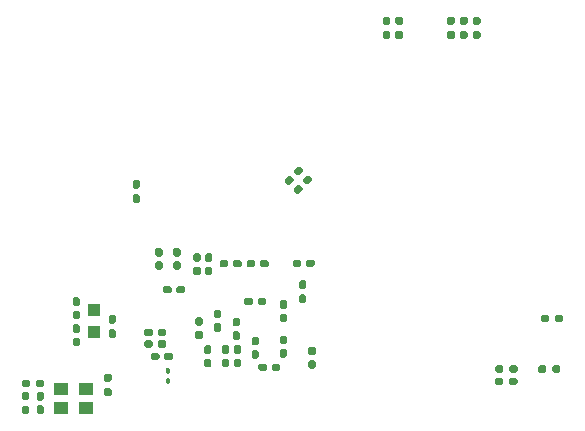
<source format=gbr>
%TF.GenerationSoftware,KiCad,Pcbnew,(5.1.8-0-10_14)*%
%TF.CreationDate,2021-04-06T01:22:42+01:00*%
%TF.ProjectId,STM32MP1_TestBoard_RevB,53544d33-324d-4503-915f-54657374426f,rev?*%
%TF.SameCoordinates,Original*%
%TF.FileFunction,Paste,Bot*%
%TF.FilePolarity,Positive*%
%FSLAX46Y46*%
G04 Gerber Fmt 4.6, Leading zero omitted, Abs format (unit mm)*
G04 Created by KiCad (PCBNEW (5.1.8-0-10_14)) date 2021-04-06 01:22:42*
%MOMM*%
%LPD*%
G01*
G04 APERTURE LIST*
%ADD10R,1.100000X1.050000*%
%ADD11R,1.300000X1.100000*%
G04 APERTURE END LIST*
%TO.C,R25*%
G36*
G01*
X151438000Y-106144000D02*
X151438000Y-106454000D01*
G75*
G02*
X151283000Y-106609000I-155000J0D01*
G01*
X150858000Y-106609000D01*
G75*
G02*
X150703000Y-106454000I0J155000D01*
G01*
X150703000Y-106144000D01*
G75*
G02*
X150858000Y-105989000I155000J0D01*
G01*
X151283000Y-105989000D01*
G75*
G02*
X151438000Y-106144000I0J-155000D01*
G01*
G37*
G36*
G01*
X152573000Y-106144000D02*
X152573000Y-106454000D01*
G75*
G02*
X152418000Y-106609000I-155000J0D01*
G01*
X151993000Y-106609000D01*
G75*
G02*
X151838000Y-106454000I0J155000D01*
G01*
X151838000Y-106144000D01*
G75*
G02*
X151993000Y-105989000I155000J0D01*
G01*
X152418000Y-105989000D01*
G75*
G02*
X152573000Y-106144000I0J-155000D01*
G01*
G37*
%TD*%
%TO.C,C37*%
G36*
G01*
X141196000Y-110436000D02*
X141506000Y-110436000D01*
G75*
G02*
X141661000Y-110591000I0J-155000D01*
G01*
X141661000Y-111016000D01*
G75*
G02*
X141506000Y-111171000I-155000J0D01*
G01*
X141196000Y-111171000D01*
G75*
G02*
X141041000Y-111016000I0J155000D01*
G01*
X141041000Y-110591000D01*
G75*
G02*
X141196000Y-110436000I155000J0D01*
G01*
G37*
G36*
G01*
X141196000Y-109301000D02*
X141506000Y-109301000D01*
G75*
G02*
X141661000Y-109456000I0J-155000D01*
G01*
X141661000Y-109881000D01*
G75*
G02*
X141506000Y-110036000I-155000J0D01*
G01*
X141196000Y-110036000D01*
G75*
G02*
X141041000Y-109881000I0J155000D01*
G01*
X141041000Y-109456000D01*
G75*
G02*
X141196000Y-109301000I155000J0D01*
G01*
G37*
%TD*%
%TO.C,R24*%
G36*
G01*
X149319000Y-92569000D02*
X149639000Y-92569000D01*
G75*
G02*
X149799000Y-92729000I0J-160000D01*
G01*
X149799000Y-93124000D01*
G75*
G02*
X149639000Y-93284000I-160000J0D01*
G01*
X149319000Y-93284000D01*
G75*
G02*
X149159000Y-93124000I0J160000D01*
G01*
X149159000Y-92729000D01*
G75*
G02*
X149319000Y-92569000I160000J0D01*
G01*
G37*
G36*
G01*
X149319000Y-91374000D02*
X149639000Y-91374000D01*
G75*
G02*
X149799000Y-91534000I0J-160000D01*
G01*
X149799000Y-91929000D01*
G75*
G02*
X149639000Y-92089000I-160000J0D01*
G01*
X149319000Y-92089000D01*
G75*
G02*
X149159000Y-91929000I0J160000D01*
G01*
X149159000Y-91534000D01*
G75*
G02*
X149319000Y-91374000I160000J0D01*
G01*
G37*
%TD*%
%TO.C,C11*%
G36*
G01*
X144554000Y-102035000D02*
X144244000Y-102035000D01*
G75*
G02*
X144089000Y-101880000I0J155000D01*
G01*
X144089000Y-101455000D01*
G75*
G02*
X144244000Y-101300000I155000J0D01*
G01*
X144554000Y-101300000D01*
G75*
G02*
X144709000Y-101455000I0J-155000D01*
G01*
X144709000Y-101880000D01*
G75*
G02*
X144554000Y-102035000I-155000J0D01*
G01*
G37*
G36*
G01*
X144554000Y-103170000D02*
X144244000Y-103170000D01*
G75*
G02*
X144089000Y-103015000I0J155000D01*
G01*
X144089000Y-102590000D01*
G75*
G02*
X144244000Y-102435000I155000J0D01*
G01*
X144554000Y-102435000D01*
G75*
G02*
X144709000Y-102590000I0J-155000D01*
G01*
X144709000Y-103015000D01*
G75*
G02*
X144554000Y-103170000I-155000J0D01*
G01*
G37*
%TD*%
%TO.C,C16*%
G36*
G01*
X144244000Y-104721000D02*
X144554000Y-104721000D01*
G75*
G02*
X144709000Y-104876000I0J-155000D01*
G01*
X144709000Y-105301000D01*
G75*
G02*
X144554000Y-105456000I-155000J0D01*
G01*
X144244000Y-105456000D01*
G75*
G02*
X144089000Y-105301000I0J155000D01*
G01*
X144089000Y-104876000D01*
G75*
G02*
X144244000Y-104721000I155000J0D01*
G01*
G37*
G36*
G01*
X144244000Y-103586000D02*
X144554000Y-103586000D01*
G75*
G02*
X144709000Y-103741000I0J-155000D01*
G01*
X144709000Y-104166000D01*
G75*
G02*
X144554000Y-104321000I-155000J0D01*
G01*
X144244000Y-104321000D01*
G75*
G02*
X144089000Y-104166000I0J155000D01*
G01*
X144089000Y-103741000D01*
G75*
G02*
X144244000Y-103586000I155000J0D01*
G01*
G37*
%TD*%
D10*
%TO.C,Y1*%
X145923000Y-104252200D03*
X145923000Y-102402200D03*
%TD*%
D11*
%TO.C,X1*%
X143095000Y-110680000D03*
X145195000Y-110680000D03*
X145195000Y-109030000D03*
X143095000Y-109030000D03*
%TD*%
%TO.C,R23*%
G36*
G01*
X147287000Y-103999000D02*
X147607000Y-103999000D01*
G75*
G02*
X147767000Y-104159000I0J-160000D01*
G01*
X147767000Y-104554000D01*
G75*
G02*
X147607000Y-104714000I-160000J0D01*
G01*
X147287000Y-104714000D01*
G75*
G02*
X147127000Y-104554000I0J160000D01*
G01*
X147127000Y-104159000D01*
G75*
G02*
X147287000Y-103999000I160000J0D01*
G01*
G37*
G36*
G01*
X147287000Y-102804000D02*
X147607000Y-102804000D01*
G75*
G02*
X147767000Y-102964000I0J-160000D01*
G01*
X147767000Y-103359000D01*
G75*
G02*
X147607000Y-103519000I-160000J0D01*
G01*
X147287000Y-103519000D01*
G75*
G02*
X147127000Y-103359000I0J160000D01*
G01*
X147127000Y-102964000D01*
G75*
G02*
X147287000Y-102804000I160000J0D01*
G01*
G37*
%TD*%
%TO.C,R22*%
G36*
G01*
X147226000Y-108472000D02*
X146906000Y-108472000D01*
G75*
G02*
X146746000Y-108312000I0J160000D01*
G01*
X146746000Y-107917000D01*
G75*
G02*
X146906000Y-107757000I160000J0D01*
G01*
X147226000Y-107757000D01*
G75*
G02*
X147386000Y-107917000I0J-160000D01*
G01*
X147386000Y-108312000D01*
G75*
G02*
X147226000Y-108472000I-160000J0D01*
G01*
G37*
G36*
G01*
X147226000Y-109667000D02*
X146906000Y-109667000D01*
G75*
G02*
X146746000Y-109507000I0J160000D01*
G01*
X146746000Y-109112000D01*
G75*
G02*
X146906000Y-108952000I160000J0D01*
G01*
X147226000Y-108952000D01*
G75*
G02*
X147386000Y-109112000I0J-160000D01*
G01*
X147386000Y-109507000D01*
G75*
G02*
X147226000Y-109667000I-160000J0D01*
G01*
G37*
%TD*%
%TO.C,R21*%
G36*
G01*
X140956000Y-108745000D02*
X140956000Y-108425000D01*
G75*
G02*
X141116000Y-108265000I160000J0D01*
G01*
X141511000Y-108265000D01*
G75*
G02*
X141671000Y-108425000I0J-160000D01*
G01*
X141671000Y-108745000D01*
G75*
G02*
X141511000Y-108905000I-160000J0D01*
G01*
X141116000Y-108905000D01*
G75*
G02*
X140956000Y-108745000I0J160000D01*
G01*
G37*
G36*
G01*
X139761000Y-108745000D02*
X139761000Y-108425000D01*
G75*
G02*
X139921000Y-108265000I160000J0D01*
G01*
X140316000Y-108265000D01*
G75*
G02*
X140476000Y-108425000I0J-160000D01*
G01*
X140476000Y-108745000D01*
G75*
G02*
X140316000Y-108905000I-160000J0D01*
G01*
X139921000Y-108905000D01*
G75*
G02*
X139761000Y-108745000I0J160000D01*
G01*
G37*
%TD*%
%TO.C,R20*%
G36*
G01*
X139921000Y-110476000D02*
X140241000Y-110476000D01*
G75*
G02*
X140401000Y-110636000I0J-160000D01*
G01*
X140401000Y-111031000D01*
G75*
G02*
X140241000Y-111191000I-160000J0D01*
G01*
X139921000Y-111191000D01*
G75*
G02*
X139761000Y-111031000I0J160000D01*
G01*
X139761000Y-110636000D01*
G75*
G02*
X139921000Y-110476000I160000J0D01*
G01*
G37*
G36*
G01*
X139921000Y-109281000D02*
X140241000Y-109281000D01*
G75*
G02*
X140401000Y-109441000I0J-160000D01*
G01*
X140401000Y-109836000D01*
G75*
G02*
X140241000Y-109996000I-160000J0D01*
G01*
X139921000Y-109996000D01*
G75*
G02*
X139761000Y-109836000I0J160000D01*
G01*
X139761000Y-109441000D01*
G75*
G02*
X139921000Y-109281000I160000J0D01*
G01*
G37*
%TD*%
%TO.C,R2*%
G36*
G01*
X179842200Y-107513100D02*
X179842200Y-107193100D01*
G75*
G02*
X180002200Y-107033100I160000J0D01*
G01*
X180397200Y-107033100D01*
G75*
G02*
X180557200Y-107193100I0J-160000D01*
G01*
X180557200Y-107513100D01*
G75*
G02*
X180397200Y-107673100I-160000J0D01*
G01*
X180002200Y-107673100D01*
G75*
G02*
X179842200Y-107513100I0J160000D01*
G01*
G37*
G36*
G01*
X181037200Y-107513100D02*
X181037200Y-107193100D01*
G75*
G02*
X181197200Y-107033100I160000J0D01*
G01*
X181592200Y-107033100D01*
G75*
G02*
X181752200Y-107193100I0J-160000D01*
G01*
X181752200Y-107513100D01*
G75*
G02*
X181592200Y-107673100I-160000J0D01*
G01*
X181197200Y-107673100D01*
G75*
G02*
X181037200Y-107513100I0J160000D01*
G01*
G37*
%TD*%
%TO.C,R11*%
G36*
G01*
X181752200Y-108259900D02*
X181752200Y-108579900D01*
G75*
G02*
X181592200Y-108739900I-160000J0D01*
G01*
X181197200Y-108739900D01*
G75*
G02*
X181037200Y-108579900I0J160000D01*
G01*
X181037200Y-108259900D01*
G75*
G02*
X181197200Y-108099900I160000J0D01*
G01*
X181592200Y-108099900D01*
G75*
G02*
X181752200Y-108259900I0J-160000D01*
G01*
G37*
G36*
G01*
X180557200Y-108259900D02*
X180557200Y-108579900D01*
G75*
G02*
X180397200Y-108739900I-160000J0D01*
G01*
X180002200Y-108739900D01*
G75*
G02*
X179842200Y-108579900I0J160000D01*
G01*
X179842200Y-108259900D01*
G75*
G02*
X180002200Y-108099900I160000J0D01*
G01*
X180397200Y-108099900D01*
G75*
G02*
X180557200Y-108259900I0J-160000D01*
G01*
G37*
%TD*%
%TO.C,R14*%
G36*
G01*
X185625700Y-102913200D02*
X185625700Y-103233200D01*
G75*
G02*
X185465700Y-103393200I-160000J0D01*
G01*
X185070700Y-103393200D01*
G75*
G02*
X184910700Y-103233200I0J160000D01*
G01*
X184910700Y-102913200D01*
G75*
G02*
X185070700Y-102753200I160000J0D01*
G01*
X185465700Y-102753200D01*
G75*
G02*
X185625700Y-102913200I0J-160000D01*
G01*
G37*
G36*
G01*
X184430700Y-102913200D02*
X184430700Y-103233200D01*
G75*
G02*
X184270700Y-103393200I-160000J0D01*
G01*
X183875700Y-103393200D01*
G75*
G02*
X183715700Y-103233200I0J160000D01*
G01*
X183715700Y-102913200D01*
G75*
G02*
X183875700Y-102753200I160000J0D01*
G01*
X184270700Y-102753200D01*
G75*
G02*
X184430700Y-102913200I0J-160000D01*
G01*
G37*
%TD*%
%TO.C,R6*%
G36*
G01*
X183474400Y-107525800D02*
X183474400Y-107205800D01*
G75*
G02*
X183634400Y-107045800I160000J0D01*
G01*
X184029400Y-107045800D01*
G75*
G02*
X184189400Y-107205800I0J-160000D01*
G01*
X184189400Y-107525800D01*
G75*
G02*
X184029400Y-107685800I-160000J0D01*
G01*
X183634400Y-107685800D01*
G75*
G02*
X183474400Y-107525800I0J160000D01*
G01*
G37*
G36*
G01*
X184669400Y-107525800D02*
X184669400Y-107205800D01*
G75*
G02*
X184829400Y-107045800I160000J0D01*
G01*
X185224400Y-107045800D01*
G75*
G02*
X185384400Y-107205800I0J-160000D01*
G01*
X185384400Y-107525800D01*
G75*
G02*
X185224400Y-107685800I-160000J0D01*
G01*
X184829400Y-107685800D01*
G75*
G02*
X184669400Y-107525800I0J160000D01*
G01*
G37*
%TD*%
%TO.C,C69*%
G36*
G01*
X162704500Y-98580000D02*
X162704500Y-98270000D01*
G75*
G02*
X162859500Y-98115000I155000J0D01*
G01*
X163284500Y-98115000D01*
G75*
G02*
X163439500Y-98270000I0J-155000D01*
G01*
X163439500Y-98580000D01*
G75*
G02*
X163284500Y-98735000I-155000J0D01*
G01*
X162859500Y-98735000D01*
G75*
G02*
X162704500Y-98580000I0J155000D01*
G01*
G37*
G36*
G01*
X163839500Y-98580000D02*
X163839500Y-98270000D01*
G75*
G02*
X163994500Y-98115000I155000J0D01*
G01*
X164419500Y-98115000D01*
G75*
G02*
X164574500Y-98270000I0J-155000D01*
G01*
X164574500Y-98580000D01*
G75*
G02*
X164419500Y-98735000I-155000J0D01*
G01*
X163994500Y-98735000D01*
G75*
G02*
X163839500Y-98580000I0J155000D01*
G01*
G37*
%TD*%
%TO.C,C70*%
G36*
G01*
X163365544Y-90224753D02*
X163584747Y-90443956D01*
G75*
G02*
X163584747Y-90663160I-109602J-109602D01*
G01*
X163284226Y-90963681D01*
G75*
G02*
X163065022Y-90963681I-109602J109602D01*
G01*
X162845819Y-90744478D01*
G75*
G02*
X162845819Y-90525274I109602J109602D01*
G01*
X163146340Y-90224753D01*
G75*
G02*
X163365544Y-90224753I109602J-109602D01*
G01*
G37*
G36*
G01*
X162562978Y-91027319D02*
X162782181Y-91246522D01*
G75*
G02*
X162782181Y-91465726I-109602J-109602D01*
G01*
X162481660Y-91766247D01*
G75*
G02*
X162262456Y-91766247I-109602J109602D01*
G01*
X162043253Y-91547044D01*
G75*
G02*
X162043253Y-91327840I109602J109602D01*
G01*
X162343774Y-91027319D01*
G75*
G02*
X162562978Y-91027319I109602J-109602D01*
G01*
G37*
%TD*%
%TO.C,L3*%
G36*
G01*
X152236000Y-108611500D02*
X152056000Y-108611500D01*
G75*
G02*
X151966000Y-108521500I0J90000D01*
G01*
X151966000Y-108243500D01*
G75*
G02*
X152056000Y-108153500I90000J0D01*
G01*
X152236000Y-108153500D01*
G75*
G02*
X152326000Y-108243500I0J-90000D01*
G01*
X152326000Y-108521500D01*
G75*
G02*
X152236000Y-108611500I-90000J0D01*
G01*
G37*
G36*
G01*
X152236000Y-107746500D02*
X152056000Y-107746500D01*
G75*
G02*
X151966000Y-107656500I0J90000D01*
G01*
X151966000Y-107378500D01*
G75*
G02*
X152056000Y-107288500I90000J0D01*
G01*
X152236000Y-107288500D01*
G75*
G02*
X152326000Y-107378500I0J-90000D01*
G01*
X152326000Y-107656500D01*
G75*
G02*
X152236000Y-107746500I-90000J0D01*
G01*
G37*
%TD*%
%TO.C,C33*%
G36*
G01*
X156492000Y-104211400D02*
X156182000Y-104211400D01*
G75*
G02*
X156027000Y-104056400I0J155000D01*
G01*
X156027000Y-103631400D01*
G75*
G02*
X156182000Y-103476400I155000J0D01*
G01*
X156492000Y-103476400D01*
G75*
G02*
X156647000Y-103631400I0J-155000D01*
G01*
X156647000Y-104056400D01*
G75*
G02*
X156492000Y-104211400I-155000J0D01*
G01*
G37*
G36*
G01*
X156492000Y-103076400D02*
X156182000Y-103076400D01*
G75*
G02*
X156027000Y-102921400I0J155000D01*
G01*
X156027000Y-102496400D01*
G75*
G02*
X156182000Y-102341400I155000J0D01*
G01*
X156492000Y-102341400D01*
G75*
G02*
X156647000Y-102496400I0J-155000D01*
G01*
X156647000Y-102921400D01*
G75*
G02*
X156492000Y-103076400I-155000J0D01*
G01*
G37*
%TD*%
%TO.C,C32*%
G36*
G01*
X159382400Y-104627400D02*
X159692400Y-104627400D01*
G75*
G02*
X159847400Y-104782400I0J-155000D01*
G01*
X159847400Y-105207400D01*
G75*
G02*
X159692400Y-105362400I-155000J0D01*
G01*
X159382400Y-105362400D01*
G75*
G02*
X159227400Y-105207400I0J155000D01*
G01*
X159227400Y-104782400D01*
G75*
G02*
X159382400Y-104627400I155000J0D01*
G01*
G37*
G36*
G01*
X159382400Y-105762400D02*
X159692400Y-105762400D01*
G75*
G02*
X159847400Y-105917400I0J-155000D01*
G01*
X159847400Y-106342400D01*
G75*
G02*
X159692400Y-106497400I-155000J0D01*
G01*
X159382400Y-106497400D01*
G75*
G02*
X159227400Y-106342400I0J155000D01*
G01*
X159227400Y-105917400D01*
G75*
G02*
X159382400Y-105762400I155000J0D01*
G01*
G37*
%TD*%
%TO.C,C31*%
G36*
G01*
X152014200Y-105102600D02*
X152014200Y-105412600D01*
G75*
G02*
X151859200Y-105567600I-155000J0D01*
G01*
X151434200Y-105567600D01*
G75*
G02*
X151279200Y-105412600I0J155000D01*
G01*
X151279200Y-105102600D01*
G75*
G02*
X151434200Y-104947600I155000J0D01*
G01*
X151859200Y-104947600D01*
G75*
G02*
X152014200Y-105102600I0J-155000D01*
G01*
G37*
G36*
G01*
X150879200Y-105102600D02*
X150879200Y-105412600D01*
G75*
G02*
X150724200Y-105567600I-155000J0D01*
G01*
X150299200Y-105567600D01*
G75*
G02*
X150144200Y-105412600I0J155000D01*
G01*
X150144200Y-105102600D01*
G75*
G02*
X150299200Y-104947600I155000J0D01*
G01*
X150724200Y-104947600D01*
G75*
G02*
X150879200Y-105102600I0J-155000D01*
G01*
G37*
%TD*%
%TO.C,C34*%
G36*
G01*
X155755400Y-99436200D02*
X155445400Y-99436200D01*
G75*
G02*
X155290400Y-99281200I0J155000D01*
G01*
X155290400Y-98856200D01*
G75*
G02*
X155445400Y-98701200I155000J0D01*
G01*
X155755400Y-98701200D01*
G75*
G02*
X155910400Y-98856200I0J-155000D01*
G01*
X155910400Y-99281200D01*
G75*
G02*
X155755400Y-99436200I-155000J0D01*
G01*
G37*
G36*
G01*
X155755400Y-98301200D02*
X155445400Y-98301200D01*
G75*
G02*
X155290400Y-98146200I0J155000D01*
G01*
X155290400Y-97721200D01*
G75*
G02*
X155445400Y-97566200I155000J0D01*
G01*
X155755400Y-97566200D01*
G75*
G02*
X155910400Y-97721200I0J-155000D01*
G01*
X155910400Y-98146200D01*
G75*
G02*
X155755400Y-98301200I-155000J0D01*
G01*
G37*
%TD*%
%TO.C,C12*%
G36*
G01*
X155679200Y-107234000D02*
X155369200Y-107234000D01*
G75*
G02*
X155214200Y-107079000I0J155000D01*
G01*
X155214200Y-106654000D01*
G75*
G02*
X155369200Y-106499000I155000J0D01*
G01*
X155679200Y-106499000D01*
G75*
G02*
X155834200Y-106654000I0J-155000D01*
G01*
X155834200Y-107079000D01*
G75*
G02*
X155679200Y-107234000I-155000J0D01*
G01*
G37*
G36*
G01*
X155679200Y-106099000D02*
X155369200Y-106099000D01*
G75*
G02*
X155214200Y-105944000I0J155000D01*
G01*
X155214200Y-105519000D01*
G75*
G02*
X155369200Y-105364000I155000J0D01*
G01*
X155679200Y-105364000D01*
G75*
G02*
X155834200Y-105519000I0J-155000D01*
G01*
X155834200Y-105944000D01*
G75*
G02*
X155679200Y-106099000I-155000J0D01*
G01*
G37*
%TD*%
%TO.C,C7*%
G36*
G01*
X164127544Y-90986753D02*
X164346747Y-91205956D01*
G75*
G02*
X164346747Y-91425160I-109602J-109602D01*
G01*
X164046226Y-91725681D01*
G75*
G02*
X163827022Y-91725681I-109602J109602D01*
G01*
X163607819Y-91506478D01*
G75*
G02*
X163607819Y-91287274I109602J109602D01*
G01*
X163908340Y-90986753D01*
G75*
G02*
X164127544Y-90986753I109602J-109602D01*
G01*
G37*
G36*
G01*
X163324978Y-91789319D02*
X163544181Y-92008522D01*
G75*
G02*
X163544181Y-92227726I-109602J-109602D01*
G01*
X163243660Y-92528247D01*
G75*
G02*
X163024456Y-92528247I-109602J109602D01*
G01*
X162805253Y-92309044D01*
G75*
G02*
X162805253Y-92089840I109602J109602D01*
G01*
X163105774Y-91789319D01*
G75*
G02*
X163324978Y-91789319I109602J-109602D01*
G01*
G37*
%TD*%
%TO.C,C35*%
G36*
G01*
X151539000Y-98979000D02*
X151229000Y-98979000D01*
G75*
G02*
X151074000Y-98824000I0J155000D01*
G01*
X151074000Y-98399000D01*
G75*
G02*
X151229000Y-98244000I155000J0D01*
G01*
X151539000Y-98244000D01*
G75*
G02*
X151694000Y-98399000I0J-155000D01*
G01*
X151694000Y-98824000D01*
G75*
G02*
X151539000Y-98979000I-155000J0D01*
G01*
G37*
G36*
G01*
X151539000Y-97844000D02*
X151229000Y-97844000D01*
G75*
G02*
X151074000Y-97689000I0J155000D01*
G01*
X151074000Y-97264000D01*
G75*
G02*
X151229000Y-97109000I155000J0D01*
G01*
X151539000Y-97109000D01*
G75*
G02*
X151694000Y-97264000I0J-155000D01*
G01*
X151694000Y-97689000D01*
G75*
G02*
X151539000Y-97844000I-155000J0D01*
G01*
G37*
%TD*%
%TO.C,C30*%
G36*
G01*
X162080000Y-106395800D02*
X161770000Y-106395800D01*
G75*
G02*
X161615000Y-106240800I0J155000D01*
G01*
X161615000Y-105815800D01*
G75*
G02*
X161770000Y-105660800I155000J0D01*
G01*
X162080000Y-105660800D01*
G75*
G02*
X162235000Y-105815800I0J-155000D01*
G01*
X162235000Y-106240800D01*
G75*
G02*
X162080000Y-106395800I-155000J0D01*
G01*
G37*
G36*
G01*
X162080000Y-105260800D02*
X161770000Y-105260800D01*
G75*
G02*
X161615000Y-105105800I0J155000D01*
G01*
X161615000Y-104680800D01*
G75*
G02*
X161770000Y-104525800I155000J0D01*
G01*
X162080000Y-104525800D01*
G75*
G02*
X162235000Y-104680800I0J-155000D01*
G01*
X162235000Y-105105800D01*
G75*
G02*
X162080000Y-105260800I-155000J0D01*
G01*
G37*
%TD*%
%TO.C,C29*%
G36*
G01*
X157782200Y-103027200D02*
X158092200Y-103027200D01*
G75*
G02*
X158247200Y-103182200I0J-155000D01*
G01*
X158247200Y-103607200D01*
G75*
G02*
X158092200Y-103762200I-155000J0D01*
G01*
X157782200Y-103762200D01*
G75*
G02*
X157627200Y-103607200I0J155000D01*
G01*
X157627200Y-103182200D01*
G75*
G02*
X157782200Y-103027200I155000J0D01*
G01*
G37*
G36*
G01*
X157782200Y-104162200D02*
X158092200Y-104162200D01*
G75*
G02*
X158247200Y-104317200I0J-155000D01*
G01*
X158247200Y-104742200D01*
G75*
G02*
X158092200Y-104897200I-155000J0D01*
G01*
X157782200Y-104897200D01*
G75*
G02*
X157627200Y-104742200I0J155000D01*
G01*
X157627200Y-104317200D01*
G75*
G02*
X157782200Y-104162200I155000J0D01*
G01*
G37*
%TD*%
%TO.C,C28*%
G36*
G01*
X154942600Y-104846400D02*
X154632600Y-104846400D01*
G75*
G02*
X154477600Y-104691400I0J155000D01*
G01*
X154477600Y-104266400D01*
G75*
G02*
X154632600Y-104111400I155000J0D01*
G01*
X154942600Y-104111400D01*
G75*
G02*
X155097600Y-104266400I0J-155000D01*
G01*
X155097600Y-104691400D01*
G75*
G02*
X154942600Y-104846400I-155000J0D01*
G01*
G37*
G36*
G01*
X154942600Y-103711400D02*
X154632600Y-103711400D01*
G75*
G02*
X154477600Y-103556400I0J155000D01*
G01*
X154477600Y-103131400D01*
G75*
G02*
X154632600Y-102976400I155000J0D01*
G01*
X154942600Y-102976400D01*
G75*
G02*
X155097600Y-103131400I0J-155000D01*
G01*
X155097600Y-103556400D01*
G75*
G02*
X154942600Y-103711400I-155000J0D01*
G01*
G37*
%TD*%
%TO.C,C27*%
G36*
G01*
X156867800Y-105338600D02*
X157177800Y-105338600D01*
G75*
G02*
X157332800Y-105493600I0J-155000D01*
G01*
X157332800Y-105918600D01*
G75*
G02*
X157177800Y-106073600I-155000J0D01*
G01*
X156867800Y-106073600D01*
G75*
G02*
X156712800Y-105918600I0J155000D01*
G01*
X156712800Y-105493600D01*
G75*
G02*
X156867800Y-105338600I155000J0D01*
G01*
G37*
G36*
G01*
X156867800Y-106473600D02*
X157177800Y-106473600D01*
G75*
G02*
X157332800Y-106628600I0J-155000D01*
G01*
X157332800Y-107053600D01*
G75*
G02*
X157177800Y-107208600I-155000J0D01*
G01*
X156867800Y-107208600D01*
G75*
G02*
X156712800Y-107053600I0J155000D01*
G01*
X156712800Y-106628600D01*
G75*
G02*
X156867800Y-106473600I155000J0D01*
G01*
G37*
%TD*%
%TO.C,C26*%
G36*
G01*
X156519600Y-98605400D02*
X156519600Y-98295400D01*
G75*
G02*
X156674600Y-98140400I155000J0D01*
G01*
X157099600Y-98140400D01*
G75*
G02*
X157254600Y-98295400I0J-155000D01*
G01*
X157254600Y-98605400D01*
G75*
G02*
X157099600Y-98760400I-155000J0D01*
G01*
X156674600Y-98760400D01*
G75*
G02*
X156519600Y-98605400I0J155000D01*
G01*
G37*
G36*
G01*
X157654600Y-98605400D02*
X157654600Y-98295400D01*
G75*
G02*
X157809600Y-98140400I155000J0D01*
G01*
X158234600Y-98140400D01*
G75*
G02*
X158389600Y-98295400I0J-155000D01*
G01*
X158389600Y-98605400D01*
G75*
G02*
X158234600Y-98760400I-155000J0D01*
G01*
X157809600Y-98760400D01*
G75*
G02*
X157654600Y-98605400I0J155000D01*
G01*
G37*
%TD*%
%TO.C,C25*%
G36*
G01*
X161770000Y-101528600D02*
X162080000Y-101528600D01*
G75*
G02*
X162235000Y-101683600I0J-155000D01*
G01*
X162235000Y-102108600D01*
G75*
G02*
X162080000Y-102263600I-155000J0D01*
G01*
X161770000Y-102263600D01*
G75*
G02*
X161615000Y-102108600I0J155000D01*
G01*
X161615000Y-101683600D01*
G75*
G02*
X161770000Y-101528600I155000J0D01*
G01*
G37*
G36*
G01*
X161770000Y-102663600D02*
X162080000Y-102663600D01*
G75*
G02*
X162235000Y-102818600I0J-155000D01*
G01*
X162235000Y-103243600D01*
G75*
G02*
X162080000Y-103398600I-155000J0D01*
G01*
X161770000Y-103398600D01*
G75*
G02*
X161615000Y-103243600I0J155000D01*
G01*
X161615000Y-102818600D01*
G75*
G02*
X161770000Y-102663600I155000J0D01*
G01*
G37*
%TD*%
%TO.C,C24*%
G36*
G01*
X157883800Y-105338600D02*
X158193800Y-105338600D01*
G75*
G02*
X158348800Y-105493600I0J-155000D01*
G01*
X158348800Y-105918600D01*
G75*
G02*
X158193800Y-106073600I-155000J0D01*
G01*
X157883800Y-106073600D01*
G75*
G02*
X157728800Y-105918600I0J155000D01*
G01*
X157728800Y-105493600D01*
G75*
G02*
X157883800Y-105338600I155000J0D01*
G01*
G37*
G36*
G01*
X157883800Y-106473600D02*
X158193800Y-106473600D01*
G75*
G02*
X158348800Y-106628600I0J-155000D01*
G01*
X158348800Y-107053600D01*
G75*
G02*
X158193800Y-107208600I-155000J0D01*
G01*
X157883800Y-107208600D01*
G75*
G02*
X157728800Y-107053600I0J155000D01*
G01*
X157728800Y-106628600D01*
G75*
G02*
X157883800Y-106473600I155000J0D01*
G01*
G37*
%TD*%
%TO.C,C23*%
G36*
G01*
X164183000Y-105465600D02*
X164493000Y-105465600D01*
G75*
G02*
X164648000Y-105620600I0J-155000D01*
G01*
X164648000Y-106045600D01*
G75*
G02*
X164493000Y-106200600I-155000J0D01*
G01*
X164183000Y-106200600D01*
G75*
G02*
X164028000Y-106045600I0J155000D01*
G01*
X164028000Y-105620600D01*
G75*
G02*
X164183000Y-105465600I155000J0D01*
G01*
G37*
G36*
G01*
X164183000Y-106600600D02*
X164493000Y-106600600D01*
G75*
G02*
X164648000Y-106755600I0J-155000D01*
G01*
X164648000Y-107180600D01*
G75*
G02*
X164493000Y-107335600I-155000J0D01*
G01*
X164183000Y-107335600D01*
G75*
G02*
X164028000Y-107180600I0J155000D01*
G01*
X164028000Y-106755600D01*
G75*
G02*
X164183000Y-106600600I155000J0D01*
G01*
G37*
%TD*%
%TO.C,C22*%
G36*
G01*
X160675600Y-98295400D02*
X160675600Y-98605400D01*
G75*
G02*
X160520600Y-98760400I-155000J0D01*
G01*
X160095600Y-98760400D01*
G75*
G02*
X159940600Y-98605400I0J155000D01*
G01*
X159940600Y-98295400D01*
G75*
G02*
X160095600Y-98140400I155000J0D01*
G01*
X160520600Y-98140400D01*
G75*
G02*
X160675600Y-98295400I0J-155000D01*
G01*
G37*
G36*
G01*
X159540600Y-98295400D02*
X159540600Y-98605400D01*
G75*
G02*
X159385600Y-98760400I-155000J0D01*
G01*
X158960600Y-98760400D01*
G75*
G02*
X158805600Y-98605400I0J155000D01*
G01*
X158805600Y-98295400D01*
G75*
G02*
X158960600Y-98140400I155000J0D01*
G01*
X159385600Y-98140400D01*
G75*
G02*
X159540600Y-98295400I0J-155000D01*
G01*
G37*
%TD*%
%TO.C,C21*%
G36*
G01*
X154764800Y-99436200D02*
X154454800Y-99436200D01*
G75*
G02*
X154299800Y-99281200I0J155000D01*
G01*
X154299800Y-98856200D01*
G75*
G02*
X154454800Y-98701200I155000J0D01*
G01*
X154764800Y-98701200D01*
G75*
G02*
X154919800Y-98856200I0J-155000D01*
G01*
X154919800Y-99281200D01*
G75*
G02*
X154764800Y-99436200I-155000J0D01*
G01*
G37*
G36*
G01*
X154764800Y-98301200D02*
X154454800Y-98301200D01*
G75*
G02*
X154299800Y-98146200I0J155000D01*
G01*
X154299800Y-97721200D01*
G75*
G02*
X154454800Y-97566200I155000J0D01*
G01*
X154764800Y-97566200D01*
G75*
G02*
X154919800Y-97721200I0J-155000D01*
G01*
X154919800Y-98146200D01*
G75*
G02*
X154764800Y-98301200I-155000J0D01*
G01*
G37*
%TD*%
%TO.C,C20*%
G36*
G01*
X160472400Y-101495800D02*
X160472400Y-101805800D01*
G75*
G02*
X160317400Y-101960800I-155000J0D01*
G01*
X159892400Y-101960800D01*
G75*
G02*
X159737400Y-101805800I0J155000D01*
G01*
X159737400Y-101495800D01*
G75*
G02*
X159892400Y-101340800I155000J0D01*
G01*
X160317400Y-101340800D01*
G75*
G02*
X160472400Y-101495800I0J-155000D01*
G01*
G37*
G36*
G01*
X159337400Y-101495800D02*
X159337400Y-101805800D01*
G75*
G02*
X159182400Y-101960800I-155000J0D01*
G01*
X158757400Y-101960800D01*
G75*
G02*
X158602400Y-101805800I0J155000D01*
G01*
X158602400Y-101495800D01*
G75*
G02*
X158757400Y-101340800I155000J0D01*
G01*
X159182400Y-101340800D01*
G75*
G02*
X159337400Y-101495800I0J-155000D01*
G01*
G37*
%TD*%
%TO.C,C19*%
G36*
G01*
X161666200Y-107058400D02*
X161666200Y-107368400D01*
G75*
G02*
X161511200Y-107523400I-155000J0D01*
G01*
X161086200Y-107523400D01*
G75*
G02*
X160931200Y-107368400I0J155000D01*
G01*
X160931200Y-107058400D01*
G75*
G02*
X161086200Y-106903400I155000J0D01*
G01*
X161511200Y-106903400D01*
G75*
G02*
X161666200Y-107058400I0J-155000D01*
G01*
G37*
G36*
G01*
X160531200Y-107058400D02*
X160531200Y-107368400D01*
G75*
G02*
X160376200Y-107523400I-155000J0D01*
G01*
X159951200Y-107523400D01*
G75*
G02*
X159796200Y-107368400I0J155000D01*
G01*
X159796200Y-107058400D01*
G75*
G02*
X159951200Y-106903400I155000J0D01*
G01*
X160376200Y-106903400D01*
G75*
G02*
X160531200Y-107058400I0J-155000D01*
G01*
G37*
%TD*%
%TO.C,C18*%
G36*
G01*
X153063000Y-98979000D02*
X152753000Y-98979000D01*
G75*
G02*
X152598000Y-98824000I0J155000D01*
G01*
X152598000Y-98399000D01*
G75*
G02*
X152753000Y-98244000I155000J0D01*
G01*
X153063000Y-98244000D01*
G75*
G02*
X153218000Y-98399000I0J-155000D01*
G01*
X153218000Y-98824000D01*
G75*
G02*
X153063000Y-98979000I-155000J0D01*
G01*
G37*
G36*
G01*
X153063000Y-97844000D02*
X152753000Y-97844000D01*
G75*
G02*
X152598000Y-97689000I0J155000D01*
G01*
X152598000Y-97264000D01*
G75*
G02*
X152753000Y-97109000I155000J0D01*
G01*
X153063000Y-97109000D01*
G75*
G02*
X153218000Y-97264000I0J-155000D01*
G01*
X153218000Y-97689000D01*
G75*
G02*
X153063000Y-97844000I-155000J0D01*
G01*
G37*
%TD*%
%TO.C,C14*%
G36*
G01*
X150144200Y-104422000D02*
X150144200Y-104112000D01*
G75*
G02*
X150299200Y-103957000I155000J0D01*
G01*
X150724200Y-103957000D01*
G75*
G02*
X150879200Y-104112000I0J-155000D01*
G01*
X150879200Y-104422000D01*
G75*
G02*
X150724200Y-104577000I-155000J0D01*
G01*
X150299200Y-104577000D01*
G75*
G02*
X150144200Y-104422000I0J155000D01*
G01*
G37*
G36*
G01*
X151279200Y-104422000D02*
X151279200Y-104112000D01*
G75*
G02*
X151434200Y-103957000I155000J0D01*
G01*
X151859200Y-103957000D01*
G75*
G02*
X152014200Y-104112000I0J-155000D01*
G01*
X152014200Y-104422000D01*
G75*
G02*
X151859200Y-104577000I-155000J0D01*
G01*
X151434200Y-104577000D01*
G75*
G02*
X151279200Y-104422000I0J155000D01*
G01*
G37*
%TD*%
%TO.C,R42*%
G36*
G01*
X170489900Y-78726000D02*
X170809900Y-78726000D01*
G75*
G02*
X170969900Y-78886000I0J-160000D01*
G01*
X170969900Y-79281000D01*
G75*
G02*
X170809900Y-79441000I-160000J0D01*
G01*
X170489900Y-79441000D01*
G75*
G02*
X170329900Y-79281000I0J160000D01*
G01*
X170329900Y-78886000D01*
G75*
G02*
X170489900Y-78726000I160000J0D01*
G01*
G37*
G36*
G01*
X170489900Y-77531000D02*
X170809900Y-77531000D01*
G75*
G02*
X170969900Y-77691000I0J-160000D01*
G01*
X170969900Y-78086000D01*
G75*
G02*
X170809900Y-78246000I-160000J0D01*
G01*
X170489900Y-78246000D01*
G75*
G02*
X170329900Y-78086000I0J160000D01*
G01*
X170329900Y-77691000D01*
G75*
G02*
X170489900Y-77531000I160000J0D01*
G01*
G37*
%TD*%
%TO.C,R41*%
G36*
G01*
X171556700Y-78726000D02*
X171876700Y-78726000D01*
G75*
G02*
X172036700Y-78886000I0J-160000D01*
G01*
X172036700Y-79281000D01*
G75*
G02*
X171876700Y-79441000I-160000J0D01*
G01*
X171556700Y-79441000D01*
G75*
G02*
X171396700Y-79281000I0J160000D01*
G01*
X171396700Y-78886000D01*
G75*
G02*
X171556700Y-78726000I160000J0D01*
G01*
G37*
G36*
G01*
X171556700Y-77531000D02*
X171876700Y-77531000D01*
G75*
G02*
X172036700Y-77691000I0J-160000D01*
G01*
X172036700Y-78086000D01*
G75*
G02*
X171876700Y-78246000I-160000J0D01*
G01*
X171556700Y-78246000D01*
G75*
G02*
X171396700Y-78086000I0J160000D01*
G01*
X171396700Y-77691000D01*
G75*
G02*
X171556700Y-77531000I160000J0D01*
G01*
G37*
%TD*%
%TO.C,R40*%
G36*
G01*
X175950900Y-78726000D02*
X176270900Y-78726000D01*
G75*
G02*
X176430900Y-78886000I0J-160000D01*
G01*
X176430900Y-79281000D01*
G75*
G02*
X176270900Y-79441000I-160000J0D01*
G01*
X175950900Y-79441000D01*
G75*
G02*
X175790900Y-79281000I0J160000D01*
G01*
X175790900Y-78886000D01*
G75*
G02*
X175950900Y-78726000I160000J0D01*
G01*
G37*
G36*
G01*
X175950900Y-77531000D02*
X176270900Y-77531000D01*
G75*
G02*
X176430900Y-77691000I0J-160000D01*
G01*
X176430900Y-78086000D01*
G75*
G02*
X176270900Y-78246000I-160000J0D01*
G01*
X175950900Y-78246000D01*
G75*
G02*
X175790900Y-78086000I0J160000D01*
G01*
X175790900Y-77691000D01*
G75*
G02*
X175950900Y-77531000I160000J0D01*
G01*
G37*
%TD*%
%TO.C,R13*%
G36*
G01*
X177043100Y-78726000D02*
X177363100Y-78726000D01*
G75*
G02*
X177523100Y-78886000I0J-160000D01*
G01*
X177523100Y-79281000D01*
G75*
G02*
X177363100Y-79441000I-160000J0D01*
G01*
X177043100Y-79441000D01*
G75*
G02*
X176883100Y-79281000I0J160000D01*
G01*
X176883100Y-78886000D01*
G75*
G02*
X177043100Y-78726000I160000J0D01*
G01*
G37*
G36*
G01*
X177043100Y-77531000D02*
X177363100Y-77531000D01*
G75*
G02*
X177523100Y-77691000I0J-160000D01*
G01*
X177523100Y-78086000D01*
G75*
G02*
X177363100Y-78246000I-160000J0D01*
G01*
X177043100Y-78246000D01*
G75*
G02*
X176883100Y-78086000I0J160000D01*
G01*
X176883100Y-77691000D01*
G75*
G02*
X177043100Y-77531000I160000J0D01*
G01*
G37*
%TD*%
%TO.C,R12*%
G36*
G01*
X178135300Y-78726000D02*
X178455300Y-78726000D01*
G75*
G02*
X178615300Y-78886000I0J-160000D01*
G01*
X178615300Y-79281000D01*
G75*
G02*
X178455300Y-79441000I-160000J0D01*
G01*
X178135300Y-79441000D01*
G75*
G02*
X177975300Y-79281000I0J160000D01*
G01*
X177975300Y-78886000D01*
G75*
G02*
X178135300Y-78726000I160000J0D01*
G01*
G37*
G36*
G01*
X178135300Y-77531000D02*
X178455300Y-77531000D01*
G75*
G02*
X178615300Y-77691000I0J-160000D01*
G01*
X178615300Y-78086000D01*
G75*
G02*
X178455300Y-78246000I-160000J0D01*
G01*
X178135300Y-78246000D01*
G75*
G02*
X177975300Y-78086000I0J160000D01*
G01*
X177975300Y-77691000D01*
G75*
G02*
X178135300Y-77531000I160000J0D01*
G01*
G37*
%TD*%
%TO.C,R10*%
G36*
G01*
X163390600Y-101052600D02*
X163710600Y-101052600D01*
G75*
G02*
X163870600Y-101212600I0J-160000D01*
G01*
X163870600Y-101607600D01*
G75*
G02*
X163710600Y-101767600I-160000J0D01*
G01*
X163390600Y-101767600D01*
G75*
G02*
X163230600Y-101607600I0J160000D01*
G01*
X163230600Y-101212600D01*
G75*
G02*
X163390600Y-101052600I160000J0D01*
G01*
G37*
G36*
G01*
X163390600Y-99857600D02*
X163710600Y-99857600D01*
G75*
G02*
X163870600Y-100017600I0J-160000D01*
G01*
X163870600Y-100412600D01*
G75*
G02*
X163710600Y-100572600I-160000J0D01*
G01*
X163390600Y-100572600D01*
G75*
G02*
X163230600Y-100412600I0J160000D01*
G01*
X163230600Y-100017600D01*
G75*
G02*
X163390600Y-99857600I160000J0D01*
G01*
G37*
%TD*%
%TO.C,C15*%
G36*
G01*
X152454000Y-100492500D02*
X152454000Y-100802500D01*
G75*
G02*
X152299000Y-100957500I-155000J0D01*
G01*
X151874000Y-100957500D01*
G75*
G02*
X151719000Y-100802500I0J155000D01*
G01*
X151719000Y-100492500D01*
G75*
G02*
X151874000Y-100337500I155000J0D01*
G01*
X152299000Y-100337500D01*
G75*
G02*
X152454000Y-100492500I0J-155000D01*
G01*
G37*
G36*
G01*
X153589000Y-100492500D02*
X153589000Y-100802500D01*
G75*
G02*
X153434000Y-100957500I-155000J0D01*
G01*
X153009000Y-100957500D01*
G75*
G02*
X152854000Y-100802500I0J155000D01*
G01*
X152854000Y-100492500D01*
G75*
G02*
X153009000Y-100337500I155000J0D01*
G01*
X153434000Y-100337500D01*
G75*
G02*
X153589000Y-100492500I0J-155000D01*
G01*
G37*
%TD*%
M02*

</source>
